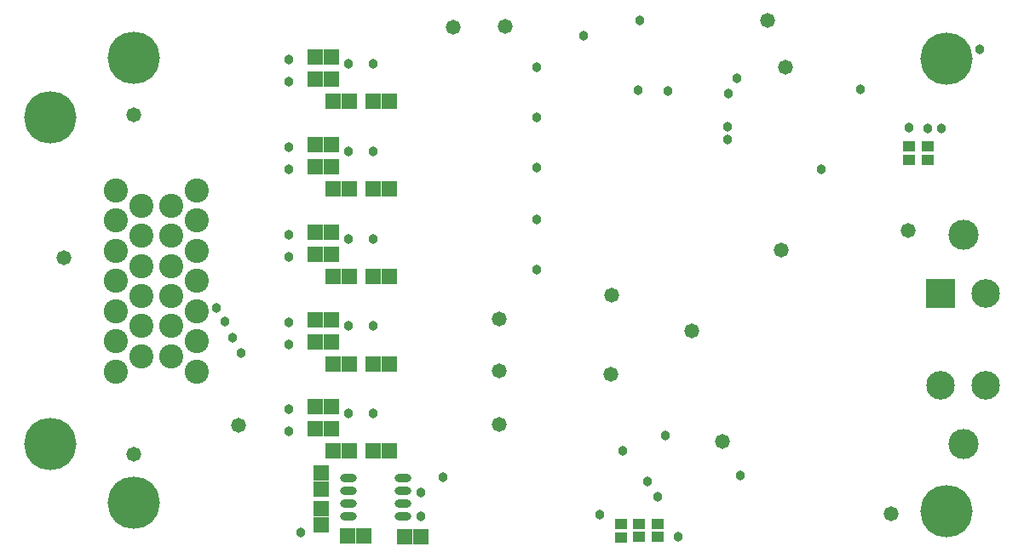
<source format=gbr>
%TF.GenerationSoftware,Altium Limited,Altium Designer,18.1.9 (240)*%
G04 Layer_Color=16711935*
%FSLAX26Y26*%
%MOIN*%
%TF.FileFunction,Soldermask,Bot*%
%TF.Part,Single*%
G01*
G75*
%TA.AperFunction,SMDPad,CuDef*%
%ADD55R,0.059181X0.063118*%
%ADD56R,0.063118X0.059181*%
%ADD57O,0.065087X0.031622*%
%ADD58R,0.047370X0.043433*%
%ADD59R,0.045402X0.041465*%
%TA.AperFunction,ViaPad*%
%ADD60C,0.204850*%
%TA.AperFunction,ComponentPad*%
%ADD61C,0.111937*%
%ADD62C,0.118236*%
%ADD63R,0.111937X0.111937*%
%ADD64C,0.204850*%
%ADD65C,0.094614*%
%TA.AperFunction,ViaPad*%
%ADD66C,0.038000*%
%ADD67C,0.058000*%
D55*
X4125983Y5646005D02*
D03*
X4188975D02*
D03*
X4125983Y5559223D02*
D03*
X4188975D02*
D03*
X4194881Y5472441D02*
D03*
X4257873D02*
D03*
X4125983Y5303485D02*
D03*
X4188975D02*
D03*
X4125983Y5216703D02*
D03*
X4188975D02*
D03*
X4194883Y5129921D02*
D03*
X4257875D02*
D03*
X4125983Y4960966D02*
D03*
X4188977D02*
D03*
X4125985Y4874184D02*
D03*
X4188977D02*
D03*
X4314961Y4456693D02*
D03*
X4251968D02*
D03*
X4194881Y4787401D02*
D03*
X4257873D02*
D03*
X4539370Y4452756D02*
D03*
X4476378D02*
D03*
X4352363Y4787401D02*
D03*
X4415355D02*
D03*
X4352363Y5129921D02*
D03*
X4415355D02*
D03*
X4352363Y5472439D02*
D03*
X4415355D02*
D03*
X4125985Y5901743D02*
D03*
X4188977D02*
D03*
X4125985Y5988525D02*
D03*
X4188977D02*
D03*
X4194881Y5814961D02*
D03*
X4257873D02*
D03*
X4352363D02*
D03*
X4415355D02*
D03*
X4125983Y6244260D02*
D03*
X4188977D02*
D03*
X4194881Y6157478D02*
D03*
X4257875D02*
D03*
X4125983Y6331042D02*
D03*
X4188975D02*
D03*
X4352361Y6157478D02*
D03*
X4415353D02*
D03*
D56*
X4149606Y4500000D02*
D03*
Y4562992D02*
D03*
X4149607Y4637796D02*
D03*
Y4700788D02*
D03*
D57*
X4469488Y4681298D02*
D03*
Y4631298D02*
D03*
Y4581298D02*
D03*
Y4531298D02*
D03*
X4254922Y4681298D02*
D03*
Y4631298D02*
D03*
Y4581298D02*
D03*
Y4531298D02*
D03*
D58*
X6448819Y5983268D02*
D03*
Y5930118D02*
D03*
X6523621Y5983269D02*
D03*
Y5930118D02*
D03*
X5322834Y4449803D02*
D03*
Y4502953D02*
D03*
D59*
X5393701Y4450788D02*
D03*
Y4501968D02*
D03*
X5464566Y4501969D02*
D03*
Y4450787D02*
D03*
D60*
X6594488Y6326772D02*
D03*
Y4551181D02*
D03*
X3417323Y4586614D02*
D03*
Y6330709D02*
D03*
D61*
X6749094Y5404567D02*
D03*
Y5045512D02*
D03*
X6573897D02*
D03*
D62*
X6661417Y5635039D02*
D03*
Y4814961D02*
D03*
D63*
X6573897Y5404567D02*
D03*
D64*
X3090551Y4814961D02*
D03*
Y6094488D02*
D03*
D65*
X3346457Y5809055D02*
D03*
Y5690945D02*
D03*
Y5572835D02*
D03*
Y5454724D02*
D03*
Y5336614D02*
D03*
Y5218504D02*
D03*
Y5100394D02*
D03*
X3444882Y5750000D02*
D03*
Y5631890D02*
D03*
Y5513779D02*
D03*
Y5395669D02*
D03*
Y5277559D02*
D03*
Y5159449D02*
D03*
X3562992Y5750000D02*
D03*
Y5631890D02*
D03*
Y5513779D02*
D03*
Y5395669D02*
D03*
Y5277559D02*
D03*
Y5159449D02*
D03*
X3661417Y5809055D02*
D03*
Y5690945D02*
D03*
Y5572835D02*
D03*
Y5454724D02*
D03*
Y5336614D02*
D03*
Y5218504D02*
D03*
Y5100394D02*
D03*
D66*
X6259842Y6204724D02*
D03*
X6523622Y6051181D02*
D03*
X6574803D02*
D03*
X6724409Y6362205D02*
D03*
X6448819Y6055118D02*
D03*
X4070866Y4468504D02*
D03*
X5496063Y4850394D02*
D03*
X5790820Y4690945D02*
D03*
X5397638Y6476378D02*
D03*
X5177165Y6417323D02*
D03*
X6106299Y5893701D02*
D03*
X5389764Y6200787D02*
D03*
X5330709Y4787402D02*
D03*
X3834646Y5173228D02*
D03*
X3803150Y5232283D02*
D03*
X3771653Y5295276D02*
D03*
X3740157Y5350394D02*
D03*
X4625984Y4685039D02*
D03*
X5425197Y4669291D02*
D03*
X5464566Y4610236D02*
D03*
X5505906Y6198819D02*
D03*
X5775591Y6248032D02*
D03*
X5740158Y6059055D02*
D03*
X5742114Y6188964D02*
D03*
X5740146Y6007862D02*
D03*
X4992127Y5500001D02*
D03*
Y5696851D02*
D03*
Y5897639D02*
D03*
Y6094489D02*
D03*
Y6291340D02*
D03*
X5240158Y4539370D02*
D03*
X5545276Y4450787D02*
D03*
X4539370Y4625984D02*
D03*
X4539370Y4531496D02*
D03*
X4023622Y5293306D02*
D03*
Y5206692D02*
D03*
X4255901Y5277557D02*
D03*
X4354325D02*
D03*
X4023622Y5635826D02*
D03*
Y5549212D02*
D03*
X4255901Y5620077D02*
D03*
X4354325D02*
D03*
X4023622Y5978346D02*
D03*
Y5891731D02*
D03*
X4255901Y5962596D02*
D03*
X4354325D02*
D03*
X4023622Y6320865D02*
D03*
Y6234251D02*
D03*
X4255901Y6305116D02*
D03*
X4354325D02*
D03*
X4023622Y4950787D02*
D03*
Y4864172D02*
D03*
X4255901Y4935038D02*
D03*
X4354325D02*
D03*
D67*
X3141732Y5547244D02*
D03*
X6377953Y4543307D02*
D03*
X5897638Y6476378D02*
D03*
X6444882Y5653543D02*
D03*
X5598425Y5259842D02*
D03*
X5720472Y4826772D02*
D03*
X5283465Y5090551D02*
D03*
X5287402Y5397638D02*
D03*
X4870079Y6452756D02*
D03*
X4665354Y6448819D02*
D03*
X3417323Y4775591D02*
D03*
Y6106299D02*
D03*
X4846457Y4893701D02*
D03*
Y5102362D02*
D03*
Y5307087D02*
D03*
X5949185Y5574437D02*
D03*
X5964567Y6291339D02*
D03*
X3826772Y4889764D02*
D03*
%TF.MD5,3616180a6e3456ca70a7ae4ce8b85da2*%
M02*

</source>
